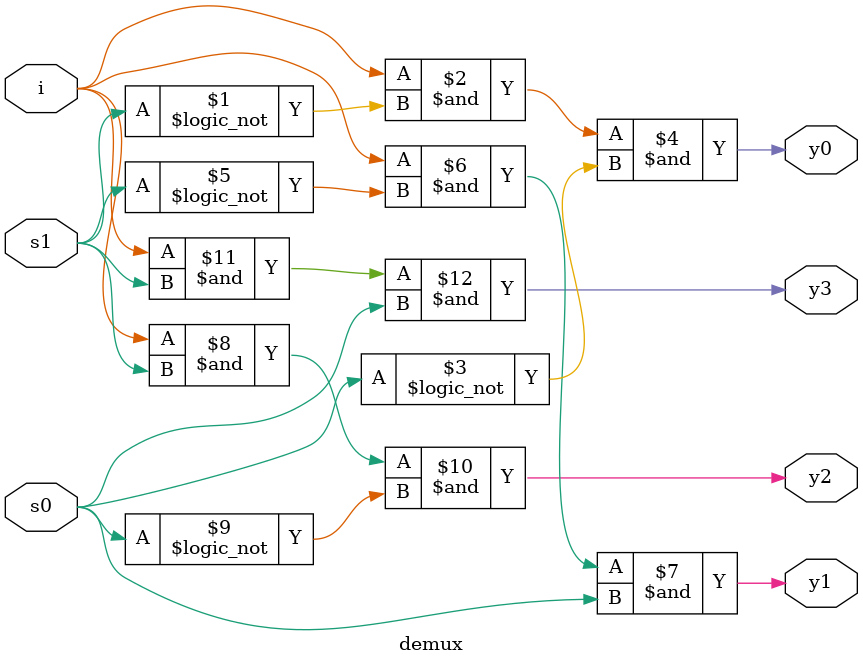
<source format=v>
module demux(input i, s0, s1,
    output y0, y1, y2, y3);
    assign y0=i&!s1&!s0, y1=i&!s1&s0, y2=i&s1&!s0, y3=i&s1&s0;
endmodule 
</source>
